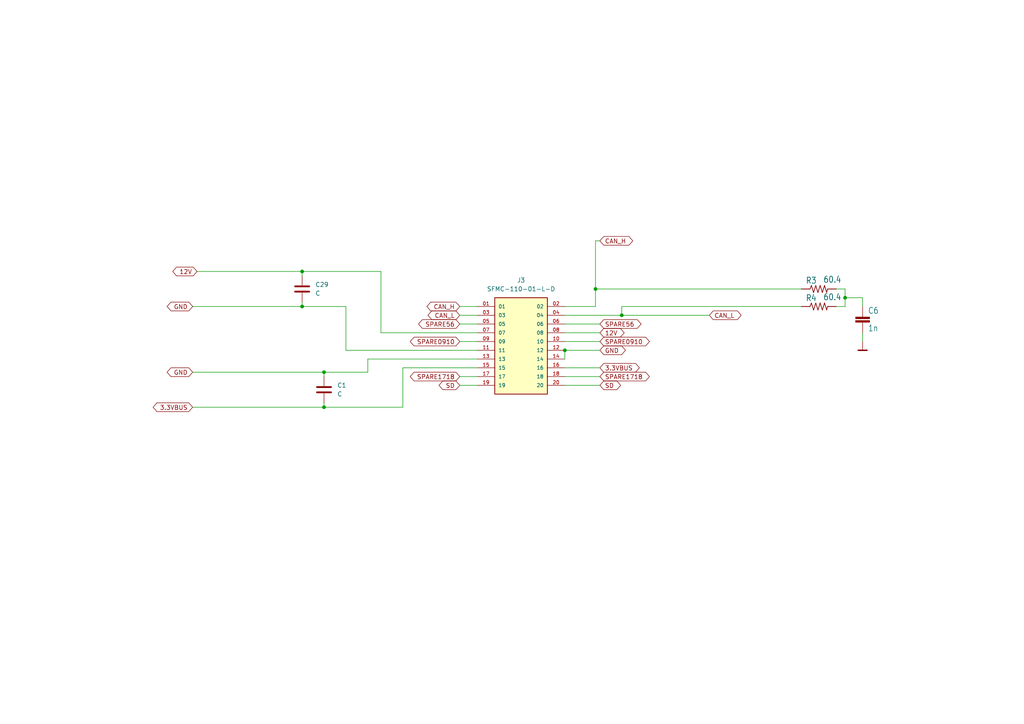
<source format=kicad_sch>
(kicad_sch (version 20230121) (generator eeschema)
  (paper "A4")
  (lib_symbols
    (symbol "Device:C" (pin_numbers hide) (pin_names (offset 0.254))
      (property "Reference" "C" (at 0.635 2.54 0))
      (property "Value" "C" (at 0.635 -2.54 0))
      (symbol "C_0_1"
        (polyline (pts (xy -2.032 -0.762) (xy 2.032 -0.762)) (stroke (width 0.508)))
        (polyline (pts (xy -2.032 0.762) (xy 2.032 0.762)) (stroke (width 0.508)))
      )
      (symbol "C_1_1"
        (pin passive line (at 0 3.81 270) (length 2.794) (name "~") (number "1"))
        (pin passive line (at 0 -3.81 90) (length 2.794) (name "~") (number "2"))
      )
    )
    (symbol "SFMC-110-01-L-D:SFMC-110-01-L-D" (pin_names (offset 1.016))
      (property "Reference" "J" (at -8.128 15.24 0))
      (property "Value" "SFMC-110-01-L-D" (at -7.62 -15.24 0))
      (symbol "SFMC-110-01-L-D_0_0"
        (rectangle (start -7.62 -12.7) (end 7.62 15.24) (stroke (width 0.254)) (fill (type background)))
        (pin passive line (at -12.7 12.7 0) (length 5.08) (name "01") (number "01"))
        (pin passive line (at 12.7 12.7 180) (length 5.08) (name "02") (number "02"))
        (pin passive line (at -12.7 10.16 0) (length 5.08) (name "03") (number "03"))
        (pin passive line (at 12.7 10.16 180) (length 5.08) (name "04") (number "04"))
        (pin passive line (at -12.7 7.62 0) (length 5.08) (name "05") (number "05"))
        (pin passive line (at 12.7 7.62 180) (length 5.08) (name "06") (number "06"))
        (pin passive line (at -12.7 5.08 0) (length 5.08) (name "07") (number "07"))
        (pin passive line (at 12.7 5.08 180) (length 5.08) (name "08") (number "08"))
        (pin passive line (at -12.7 2.54 0) (length 5.08) (name "09") (number "09"))
        (pin passive line (at 12.7 2.54 180) (length 5.08) (name "10") (number "10"))
        (pin passive line (at -12.7 0 0) (length 5.08) (name "11") (number "11"))
        (pin passive line (at 12.7 0 180) (length 5.08) (name "12") (number "12"))
        (pin passive line (at -12.7 -2.54 0) (length 5.08) (name "13") (number "13"))
        (pin passive line (at 12.7 -2.54 180) (length 5.08) (name "14") (number "14"))
        (pin passive line (at -12.7 -5.08 0) (length 5.08) (name "15") (number "15"))
        (pin passive line (at 12.7 -5.08 180) (length 5.08) (name "16") (number "16"))
        (pin passive line (at -12.7 -7.62 0) (length 5.08) (name "17") (number "17"))
        (pin passive line (at 12.7 -7.62 180) (length 5.08) (name "18") (number "18"))
        (pin passive line (at -12.7 -10.16 0) (length 5.08) (name "19") (number "19"))
        (pin passive line (at 12.7 -10.16 180) (length 5.08) (name "20") (number "20"))
      )
    )
    (symbol "oresat0-1u-backplane-eagle-import:C-EU0603-C-NOSILK"
      (property "Reference" "C" (at 1.524 0.381 0))
      (property "Value" "C-EU0603-C-NOSILK" (at 1.524 -4.699 0))
      (symbol "C-EU0603-C-NOSILK_1_0"
        (rectangle (start -2.032 -2.032) (end 2.032 -1.524) (fill (type outline)))
        (rectangle (start -2.032 -1.016) (end 2.032 -0.508) (fill (type outline)))
        (polyline (pts (xy 0 -2.54) (xy 0 -2.032)) (stroke (width 0.1524)))
        (polyline (pts (xy 0 0) (xy 0 -0.508)) (stroke (width 0.1524)))
        (pin passive line (at 0 2.54 270) (length 2.54) (name "1") (number "1"))
        (pin passive line (at 0 -5.08 90) (length 2.54) (name "2") (number "2"))
      )
    )
    (symbol "oresat0-1u-backplane-eagle-import:GND" (power)
      (symbol "GND_1_0"
        (polyline (pts (xy -1.27 -2.54) (xy 1.27 -2.54)) (stroke (width 0.4064)))
        (pin power_in line (at 0 0 270) (length 2.54) (name "GND") (number "1"))
      )
    )
    (symbol "oresat0-1u-backplane-eagle-import:R-US_1206-C"
      (property "Reference" "R" (at -3.81 1.4986 0))
      (property "Value" "R-US_1206-C" (at -3.81 -3.302 0))
      (symbol "R-US_1206-C_1_0"
        (polyline (pts (xy -2.54 0) (xy -2.159 1.016)) (stroke (width 0.2032)))
        (polyline (pts (xy -2.159 1.016) (xy -1.524 -1.016)) (stroke (width 0.2032)))
        (polyline (pts (xy -1.524 -1.016) (xy -0.889 1.016)) (stroke (width 0.2032)))
        (polyline (pts (xy -0.889 1.016) (xy -0.254 -1.016)) (stroke (width 0.2032)))
        (polyline (pts (xy -0.254 -1.016) (xy 0.381 1.016)) (stroke (width 0.2032)))
        (polyline (pts (xy 0.381 1.016) (xy 1.016 -1.016)) (stroke (width 0.2032)))
        (polyline (pts (xy 1.016 -1.016) (xy 1.651 1.016)) (stroke (width 0.2032)))
        (polyline (pts (xy 1.651 1.016) (xy 2.286 -1.016)) (stroke (width 0.2032)))
        (polyline (pts (xy 2.286 -1.016) (xy 2.54 0)) (stroke (width 0.2032)))
        (pin passive line (at -5.08 0 0) (length 2.54) (name "1") (number "1"))
        (pin passive line (at 5.08 0 180) (length 2.54) (name "2") (number "2"))
      )
    )
  )
  (junction (at 180.34 91.44))
  (junction (at 93.98 107.95))
  (junction (at 172.72 83.82))
  (junction (at 245.11 86.36))
  (junction (at 87.63 88.9))
  (junction (at 93.98 118.11))
  (junction (at 163.83 101.6))
  (junction (at 87.63 78.74))
  (wire (pts (xy 172.72 69.85) (xy 173.99 69.85)))
  (wire (pts (xy 172.72 69.85) (xy 172.72 83.82)))
  (wire (pts (xy 55.88 88.9) (xy 87.63 88.9)))
  (wire (pts (xy 250.19 96.52) (xy 250.19 99.06)))
  (wire (pts (xy 93.98 118.11) (xy 116.84 118.11)))
  (wire (pts (xy 87.63 87.63) (xy 87.63 88.9)))
  (wire (pts (xy 172.72 83.82) (xy 232.41 83.82)))
  (wire (pts (xy 93.98 107.95) (xy 106.68 107.95)))
  (wire (pts (xy 163.83 106.68) (xy 173.99 106.68)))
  (wire (pts (xy 172.72 88.9) (xy 163.83 88.9)))
  (wire (pts (xy 93.98 107.95) (xy 93.98 109.22)))
  (wire (pts (xy 163.83 96.52) (xy 173.99 96.52)))
  (wire (pts (xy 242.57 83.82) (xy 245.11 83.82)))
  (wire (pts (xy 100.33 101.6) (xy 138.43 101.6)))
  (wire (pts (xy 250.19 86.36) (xy 250.19 88.9)))
  (wire (pts (xy 245.11 88.9) (xy 242.57 88.9)))
  (wire (pts (xy 87.63 88.9) (xy 100.33 88.9)))
  (wire (pts (xy 173.99 109.22) (xy 163.83 109.22)))
  (wire (pts (xy 55.88 118.11) (xy 93.98 118.11)))
  (wire (pts (xy 87.63 78.74) (xy 110.49 78.74)))
  (wire (pts (xy 133.35 88.9) (xy 138.43 88.9)))
  (wire (pts (xy 180.34 91.44) (xy 163.83 91.44)))
  (wire (pts (xy 87.63 78.74) (xy 87.63 80.01)))
  (wire (pts (xy 138.43 93.98) (xy 133.35 93.98)))
  (wire (pts (xy 55.88 107.95) (xy 93.98 107.95)))
  (wire (pts (xy 245.11 86.36) (xy 250.19 86.36)))
  (wire (pts (xy 232.41 88.9) (xy 180.34 88.9)))
  (wire (pts (xy 93.98 118.11) (xy 93.98 116.84)))
  (wire (pts (xy 133.35 111.76) (xy 138.43 111.76)))
  (wire (pts (xy 133.35 99.06) (xy 138.43 99.06)))
  (wire (pts (xy 106.68 107.95) (xy 106.68 104.14)))
  (wire (pts (xy 116.84 118.11) (xy 116.84 106.68)))
  (wire (pts (xy 133.35 109.22) (xy 138.43 109.22)))
  (wire (pts (xy 173.99 93.98) (xy 163.83 93.98)))
  (wire (pts (xy 245.11 86.36) (xy 245.11 88.9)))
  (wire (pts (xy 173.99 111.76) (xy 163.83 111.76)))
  (wire (pts (xy 163.83 101.6) (xy 163.83 104.14)))
  (wire (pts (xy 110.49 78.74) (xy 110.49 96.52)))
  (wire (pts (xy 110.49 96.52) (xy 138.43 96.52)))
  (wire (pts (xy 133.35 91.44) (xy 138.43 91.44)))
  (wire (pts (xy 245.11 83.82) (xy 245.11 86.36)))
  (wire (pts (xy 116.84 106.68) (xy 138.43 106.68)))
  (wire (pts (xy 57.15 78.74) (xy 87.63 78.74)))
  (wire (pts (xy 180.34 88.9) (xy 180.34 91.44)))
  (wire (pts (xy 100.33 88.9) (xy 100.33 101.6)))
  (wire (pts (xy 180.34 91.44) (xy 205.74 91.44)))
  (wire (pts (xy 173.99 99.06) (xy 163.83 99.06)))
  (wire (pts (xy 106.68 104.14) (xy 138.43 104.14)))
  (wire (pts (xy 172.72 83.82) (xy 172.72 88.9)))
  (wire (pts (xy 163.83 101.6) (xy 173.99 101.6)))
  (global_label "GND" (shape bidirectional) (at 55.88 88.9 180) (property "Intersheetrefs" "${INTERSHEET_REFS}" (effects hide)))
  (global_label "SD" (shape bidirectional) (at 133.35 111.76 180) (property "Intersheetrefs" "${INTERSHEET_REFS}" (effects hide)))
  (global_label "12V" (shape bidirectional) (at 173.99 96.52 0) (property "Intersheetrefs" "${INTERSHEET_REFS}" (effects hide)))
  (global_label "GND" (shape bidirectional) (at 173.99 101.6 0) (property "Intersheetrefs" "${INTERSHEET_REFS}" (effects hide)))
  (global_label "SD" (shape bidirectional) (at 173.99 111.76 0) (property "Intersheetrefs" "${INTERSHEET_REFS}" (effects hide)))
  (global_label "CAN_L" (shape bidirectional) (at 205.74 91.44 0) (property "Intersheetrefs" "${INTERSHEET_REFS}" (effects hide)))
  (global_label "SPARE0910" (shape bidirectional) (at 173.99 99.06 0) (property "Intersheetrefs" "${INTERSHEET_REFS}" (effects hide)))
  (global_label "3.3VBUS" (shape bidirectional) (at 173.99 106.68 0) (property "Intersheetrefs" "${INTERSHEET_REFS}" (effects hide)))
  (global_label "SPARE56" (shape bidirectional) (at 133.35 93.98 180) (property "Intersheetrefs" "${INTERSHEET_REFS}" (effects hide)))
  (global_label "CAN_H" (shape bidirectional) (at 133.35 88.9 180) (property "Intersheetrefs" "${INTERSHEET_REFS}" (effects hide)))
  (global_label "3.3VBUS" (shape bidirectional) (at 55.88 118.11 180) (property "Intersheetrefs" "${INTERSHEET_REFS}" (effects hide)))
  (global_label "SPARE0910" (shape bidirectional) (at 133.35 99.06 180) (property "Intersheetrefs" "${INTERSHEET_REFS}" (effects hide)))
  (global_label "CAN_H" (shape bidirectional) (at 173.99 69.85 0) (property "Intersheetrefs" "${INTERSHEET_REFS}" (effects hide)))
  (global_label "12V" (shape bidirectional) (at 57.15 78.74 180) (property "Intersheetrefs" "${INTERSHEET_REFS}" (effects hide)))
  (global_label "CAN_L" (shape bidirectional) (at 133.35 91.44 180) (property "Intersheetrefs" "${INTERSHEET_REFS}" (effects hide)))
  (global_label "SPARE1718" (shape bidirectional) (at 173.99 109.22 0) (property "Intersheetrefs" "${INTERSHEET_REFS}" (effects hide)))
  (global_label "GND" (shape bidirectional) (at 55.88 107.95 180) (property "Intersheetrefs" "${INTERSHEET_REFS}" (effects hide)))
  (global_label "SPARE56" (shape bidirectional) (at 173.99 93.98 0) (property "Intersheetrefs" "${INTERSHEET_REFS}" (effects hide)))
  (global_label "SPARE1718" (shape bidirectional) (at 133.35 109.22 180) (property "Intersheetrefs" "${INTERSHEET_REFS}" (effects hide)))
  (symbol (lib_id "oresat0-1u-backplane-eagle-import:GND") (at 250.19 99.06 0) (unit 1)
    (property "Reference" "#GND01" (effects hide))
    (property "Value" "GND" (effects hide))
    (property "Footprint" "oresat0-1u-backplane:" (effects hide))
    (instances (project "backplane" (path "" (reference "#GND01") (unit 1))) (project "oresat0-1u-backplane" (path "" (reference "#GND015") (unit 1))))
  )
  (symbol (lib_id "oresat0-1u-backplane-eagle-import:R-US_1206-C") (at 237.49 83.82 0) (unit 1)
    (property "Reference" "R3" (at 233.68 82.3214 0) (effects (font (size 1.778 1.5113)) (justify left bottom)))
    (property "Value" "60.4" (at 238.76 82.042 0) (effects (font (size 1.778 1.5113)) (justify left bottom)))
    (property "Footprint" "Resistor_SMD:R_1206_3216Metric" (effects hide))
  )
  (symbol (lib_id "Device:C") (at 87.63 83.82 0) (unit 1)
    (property "Reference" "C29" (at 91.44 82.55 0) (effects (justify left)))
    (property "Value" "C" (at 91.44 85.09 0) (effects (justify left)))
    (property "Footprint" "Capacitor_SMD:C_0603_1608Metric" (effects hide))
    (instances (project "backplane" (path "" (reference "C29") (unit 1)) (path "" (reference "C3") (unit 1)) (path "" (reference "C4") (unit 1))))
  )
  (symbol (lib_id "Device:C") (at 93.98 113.03 0) (unit 1)
    (property "Reference" "C1" (at 97.79 111.76 0) (effects (justify left)))
    (property "Value" "C" (at 97.79 114.3 0) (effects (justify left)))
    (property "Footprint" "Capacitor_SMD:C_0603_1608Metric" (effects hide))
    (instances (project "backplane" (path "" (reference "C1") (unit 1)) (path "" (reference "C3") (unit 1)) (path "" (reference "C4") (unit 1))))
  )
  (symbol (lib_id "SFMC-110-01-L-D:SFMC-110-01-L-D") (at 151.13 101.6 0) (unit 1)
    (property "Reference" "J3" (at 151.13 81.28 0))
    (property "Value" "SFMC-110-01-L-D" (at 151.13 83.82 0))
    (property "Footprint" "SFMC-110-01-L-D:SAMTEC_SFMC-110-01-L-D" (effects hide))
    (property "PARTREV" "R" (effects hide))
    (property "STANDARD" "Manufacturer Recommendations" (effects hide))
    (property "MANUFACTURER" "Samtec" (effects hide))
    (instances (project "backplane" (path "" (reference "J3") (unit 1)) (path "" (reference "J2") (unit 1)) (path "" (reference "J1") (unit 1))))
  )
  (symbol (lib_id "oresat0-1u-backplane-eagle-import:C-EU0603-C-NOSILK") (at 250.19 91.44 0) (unit 1)
    (property "Reference" "C6" (at 251.714 91.059 0) (effects (font (size 1.778 1.5113)) (justify left bottom)))
    (property "Value" "1n" (at 251.714 96.139 0) (effects (font (size 1.778 1.5113)) (justify left bottom)))
    (property "Footprint" "Capacitor_SMD:C_0603_1608Metric" (effects hide))
    (instances (project "backplane" (path "" (reference "C6") (unit 1))) (project "oresat0-1u-backplane" (path "" (reference "C2") (unit 1))))
  )
  (symbol (lib_id "oresat0-1u-backplane-eagle-import:R-US_1206-C") (at 237.49 88.9 0) (unit 1)
    (property "Reference" "R4" (at 233.68 87.4014 0) (effects (font (size 1.778 1.5113)) (justify left bottom)))
    (property "Value" "60.4" (at 238.76 87.122 0) (effects (font (size 1.778 1.5113)) (justify left bottom)))
    (property "Footprint" "Resistor_SMD:R_1206_3216Metric" (effects hide))
  )
)
</source>
